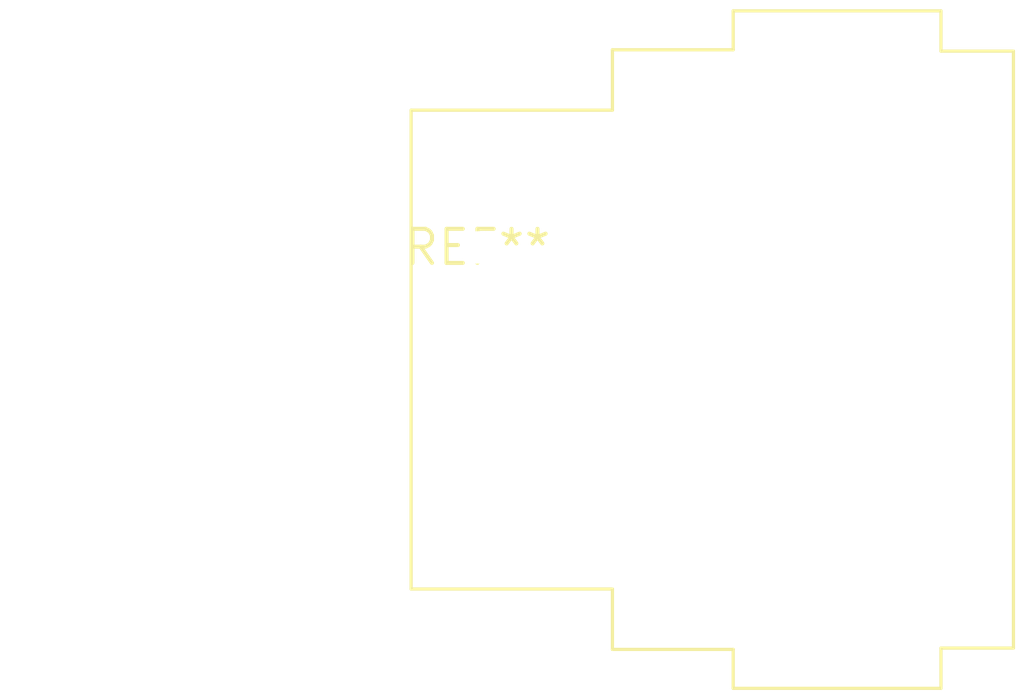
<source format=kicad_pcb>
(kicad_pcb (version 20240108) (generator pcbnew)
  (layers (0 "F.Cu" signal) (31 "B.Cu" signal) (34 "B.Paste" user) (35 "F.Paste" user) (36 "B.SilkS" user "B.Silkscreen") (37 "F.SilkS" user "F.Silkscreen") (38 "B.Mask" user) (39 "F.Mask" user) (44 "Edge.Cuts" user))
  (net 0 "")
  (footprint "Jack_XLR_Neutrik_NC4FAH_Horizontal" (layer "F.Cu") (at 0 0)
    (property "Reference" "REF**")
    (property "Value" "Jack_XLR_Neutrik_NC4FAH_Horizontal")
    (fp_line (start -2.47 -5.11) (end -2.47 12.73) (layer "F.SilkS") (stroke (width 0.12)))
    (fp_line (start 5.03 -5.11) (end -2.47 -5.11) (layer "F.SilkS") (stroke (width 0.12)))
    (fp_line (start 5.03 -5.11) (end 5.03 -7.36) (layer "F.SilkS") (stroke (width 0.12)))
    (fp_line (start 5.03 12.73) (end -2.47 12.73) (layer "F.SilkS") (stroke (width 0.12)))
    (fp_line (start 5.03 12.73) (end 5.03 14.98) (layer "F.SilkS") (stroke (width 0.12)))
    (fp_line (start 9.53 -7.36) (end 5.03 -7.36) (layer "F.SilkS") (stroke (width 0.12)))
    (fp_line (start 9.53 -7.36) (end 9.53 -8.81) (layer "F.SilkS") (stroke (width 0.12)))
    (fp_line (start 9.53 14.98) (end 5.03 14.98) (layer "F.SilkS") (stroke (width 0.12)))
    (fp_line (start 9.53 16.43) (end 9.53 14.98) (layer "F.SilkS") (stroke (width 0.12)))
    (fp_line (start 17.27 -8.81) (end 9.53 -8.81) (layer "F.SilkS") (stroke (width 0.12)))
    (fp_line (start 17.27 -8.81) (end 17.27 -7.31) (layer "F.SilkS") (stroke (width 0.12)))
    (fp_line (start 17.27 -7.31) (end 19.97 -7.31) (layer "F.SilkS") (stroke (width 0.12)))
    (fp_line (start 17.27 14.93) (end 17.27 16.43) (layer "F.SilkS") (stroke (width 0.12)))
    (fp_line (start 17.27 14.93) (end 19.97 14.93) (layer "F.SilkS") (stroke (width 0.12)))
    (fp_line (start 17.27 16.43) (end 9.53 16.43) (layer "F.SilkS") (stroke (width 0.12)))
    (fp_line (start 19.97 -7.31) (end 19.97 14.93) (layer "F.SilkS") (stroke (width 0.12)))
    (pad "" np_thru_hole circle (at 8.26 7.62) (size 1.6 1.6) (drill 1.6) (layers *.Cu *.Mask))
    (pad "" np_thru_hole circle (at 13.34 0) (size 1.6 1.6) (drill 1.6) (layers *.Cu *.Mask))
    (pad "1" thru_hole circle (at 0 0) (size 2.9 2.9) (drill 1.2) (layers *.Cu *.Mask) (remove_unused_layers))
    (pad "2" thru_hole circle (at 3.815 0) (size 3.4 3.4) (drill 1.6) (layers *.Cu *.Mask) (remove_unused_layers))
    (pad "3" thru_hole circle (at 3.815 7.62) (size 3.4 3.4) (drill 1.6) (layers *.Cu *.Mask) (remove_unused_layers))
    (pad "4" thru_hole circle (at 0 7.62) (size 2.9 2.9) (drill 1.2) (layers *.Cu *.Mask) (remove_unused_layers))
    (pad "G" thru_hole circle (at 10.17 -4.44) (size 2.9 2.9) (drill 1.2) (layers *.Cu *.Mask) (remove_unused_layers))
  )
)
</source>
